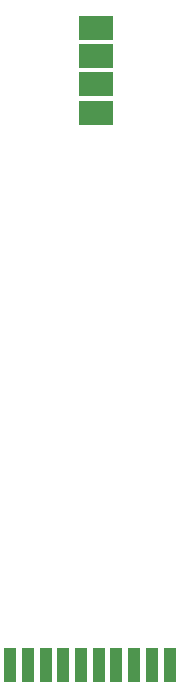
<source format=gbp>
G04*
G04 #@! TF.GenerationSoftware,Altium Limited,Altium Designer,18.0.12 (696)*
G04*
G04 Layer_Color=128*
%FSLAX25Y25*%
%MOIN*%
G70*
G01*
G75*
%ADD76R,0.03937X0.11811*%
%ADD77R,0.11811X0.07874*%
D76*
X385520Y73929D02*
D03*
X397331D02*
D03*
X391425D02*
D03*
X403236D02*
D03*
X409142D02*
D03*
X415047D02*
D03*
X420953D02*
D03*
X426858D02*
D03*
X438669D02*
D03*
X432764D02*
D03*
D77*
X414213Y286206D02*
D03*
Y276757D02*
D03*
Y267308D02*
D03*
Y257860D02*
D03*
M02*

</source>
